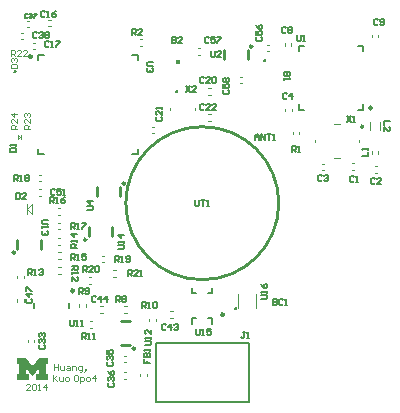
<source format=gto>
%FSLAX24Y24*%
%MOIN*%
G70*
G01*
G75*
G04 Layer_Color=65535*
%ADD10C,0.0177*%
%ADD11C,0.0100*%
%ADD12O,0.0295X0.0079*%
%ADD13R,0.0157X0.0236*%
%ADD14R,0.0217X0.0098*%
%ADD15O,0.0315X0.0079*%
%ADD16R,0.0236X0.0157*%
%ADD17R,0.0354X0.0197*%
%ADD18R,0.0157X0.0335*%
%ADD19O,0.0177X0.0532*%
%ADD20R,0.0118X0.0209*%
%ADD21R,0.0118X0.0193*%
%ADD22O,0.0098X0.0276*%
%ADD23O,0.0276X0.0098*%
%ADD24R,0.0335X0.0157*%
%ADD25R,0.0157X0.0532*%
%ADD26R,0.0748X0.0630*%
%ADD27R,0.0630X0.0551*%
%ADD28O,0.0079X0.0315*%
%ADD29R,0.2598X0.2598*%
%ADD30R,0.0138X0.0394*%
%ADD31R,0.0343X0.0343*%
%ADD32R,0.1417X0.1417*%
%ADD33O,0.0079X0.0295*%
%ADD34R,0.0335X0.0374*%
%ADD35R,0.0551X0.0453*%
%ADD36R,0.0197X0.0354*%
%ADD37R,0.0591X0.1339*%
%ADD38R,0.0394X0.1378*%
%ADD39R,0.0138X0.0157*%
%ADD40R,0.0177X0.0177*%
%ADD41C,0.0200*%
%ADD42C,0.0080*%
%ADD43C,0.1260*%
%ADD44C,0.0630*%
%ADD45C,0.0260*%
%ADD46C,0.0290*%
%ADD47C,0.0240*%
%ADD48C,0.0300*%
%ADD49C,0.0340*%
%ADD50R,0.0098X0.0138*%
%ADD51R,0.0187X0.0098*%
%ADD52R,0.0591X0.0236*%
%ADD53O,0.0098X0.0315*%
%ADD54O,0.0315X0.0098*%
%ADD55R,0.1299X0.1299*%
%ADD56R,0.0197X0.0315*%
%ADD57R,0.0394X0.0217*%
%ADD58R,0.0512X0.0217*%
%ADD59R,0.0354X0.0276*%
%ADD60R,0.2362X0.1890*%
%ADD61O,0.0315X0.0157*%
%ADD62C,0.0098*%
%ADD63C,0.0039*%
%ADD64C,0.0079*%
%ADD65C,0.0047*%
%ADD66C,0.0050*%
%ADD67C,0.0040*%
%ADD68R,0.0148X0.0177*%
G36*
X-5129Y-5363D02*
X-5211D01*
Y-5687D01*
X-5129D01*
Y-5902D01*
X-5532D01*
Y-5687D01*
X-5450D01*
Y-5493D01*
X-5653Y-5773D01*
X-5667D01*
X-5867Y-5493D01*
Y-5687D01*
X-5785D01*
Y-5902D01*
X-6188D01*
Y-5687D01*
X-6109D01*
Y-5363D01*
X-6188D01*
Y-5148D01*
X-5868D01*
X-5663Y-5431D01*
X-5653D01*
X-5448Y-5148D01*
X-5129D01*
Y-5363D01*
D02*
G37*
D11*
X2088Y4754D02*
G03*
X2088Y4754I-14J0D01*
G01*
X2550Y0D02*
G03*
X2550Y0I-2550J0D01*
G01*
X-3866Y-1226D02*
G03*
X-3866Y-1226I-39J0D01*
G01*
X-6242Y-1652D02*
G03*
X-6242Y-1652I-39J0D01*
G01*
X1116Y-3506D02*
G03*
X1116Y-3506I-10J0D01*
G01*
X-2579Y656D02*
G03*
X-2579Y656I-39J0D01*
G01*
X-2245Y-4837D02*
G03*
X-2245Y-4837I-39J0D01*
G01*
X1671Y5226D02*
G03*
X1671Y5226I-39J0D01*
G01*
X-845Y3730D02*
G03*
X-845Y3730I-22J0D01*
G01*
X5358Y2552D02*
G03*
X5358Y2552I-31J0D01*
G01*
X-6235Y4394D02*
G03*
X-6235Y4394I-22J0D01*
G01*
X-3787Y-1107D02*
Y-793D01*
X-2999Y-1107D02*
Y-793D01*
X-6164Y-1533D02*
Y-1218D01*
X-5376Y-1533D02*
Y-1218D01*
X-2736Y223D02*
Y537D01*
X-3524Y223D02*
Y537D01*
X-2717Y-4719D02*
X-2403D01*
X-2717Y-3932D02*
X-2403D01*
X1514Y4793D02*
Y5107D01*
X726Y4793D02*
Y5107D01*
D62*
X-4282Y-2918D02*
G03*
X-4282Y-2918I-49J0D01*
G01*
X719Y-3715D02*
G03*
X719Y-3715I-49J0D01*
G01*
X-5680Y4894D02*
G03*
X-5680Y4894I-49J0D01*
G01*
X5661Y3176D02*
G03*
X5661Y3176I-49J0D01*
G01*
D63*
X2141Y5278D02*
X2219D01*
X2141Y5062D02*
X2219D01*
X1261Y4002D02*
X1339D01*
X1261Y4218D02*
X1339D01*
X-139Y5158D02*
X-61D01*
X-139Y4942D02*
X-61D01*
X-5839Y5872D02*
X-5761D01*
X-5839Y6088D02*
X-5761D01*
X-6059Y5472D02*
X-5981D01*
X-6059Y5688D02*
X-5981D01*
X2742Y5251D02*
Y5329D01*
X2958Y5251D02*
Y5329D01*
X-5602Y-4629D02*
Y-4551D01*
X-5818Y-4629D02*
Y-4551D01*
X-6051Y2131D02*
Y2269D01*
X-6149D02*
X-6080Y2200D01*
X-6149Y2131D02*
X-6080Y2200D01*
X-6149Y2131D02*
Y2269D01*
X-2609Y-5858D02*
X-2531D01*
X-2609Y-5642D02*
X-2531D01*
X-2609Y-5298D02*
X-2531D01*
X-2609Y-5082D02*
X-2531D01*
X5741Y1012D02*
X5819D01*
X5741Y1228D02*
X5819D01*
X5927Y2442D02*
Y2718D01*
X5583Y2442D02*
Y2718D01*
X-3354Y-1968D02*
X-3275D01*
X-3354Y-1752D02*
X-3275D01*
X-2969Y-2242D02*
X-2891D01*
X-2969Y-2458D02*
X-2891D01*
X-4819Y-652D02*
X-4741D01*
X-4819Y-868D02*
X-4741D01*
X-4809Y-1388D02*
X-4731D01*
X-4809Y-1171D02*
X-4731D01*
X-4799Y-1858D02*
X-4721D01*
X-4799Y-1642D02*
X-4721D01*
X-3789Y-2462D02*
X-3711D01*
X-3789Y-2678D02*
X-3711D01*
X-4799Y-2142D02*
X-4721D01*
X-4799Y-2358D02*
X-4721D01*
X-5952Y-2509D02*
Y-2431D01*
X-6168Y-2509D02*
Y-2431D01*
Y-3282D02*
Y-3203D01*
X-5952Y-3282D02*
Y-3203D01*
X-4098Y-3449D02*
Y-3371D01*
X-3882Y-3449D02*
Y-3371D01*
X-3754Y-4158D02*
X-3675D01*
X-3754Y-3942D02*
X-3675D01*
X-2599Y-3648D02*
X-2521D01*
X-2599Y-3432D02*
X-2521D01*
X-1069Y-3824D02*
X-991D01*
X-1069Y-3607D02*
X-991D01*
X-1552Y-3932D02*
Y-3853D01*
X-1768Y-3932D02*
Y-3853D01*
X-3399Y-3648D02*
X-3321D01*
X-3399Y-3432D02*
X-3321D01*
X5652Y5531D02*
Y5609D01*
X5868Y5531D02*
Y5609D01*
X201Y2742D02*
X279D01*
X201Y2958D02*
X279D01*
X-237Y3091D02*
Y3169D01*
X-1063Y3091D02*
Y3169D01*
X201Y3838D02*
X279D01*
X201Y3622D02*
X279D01*
X3742Y2050D02*
Y2110D01*
X4382Y1509D02*
X4578D01*
X4382Y2651D02*
X4578D01*
X5218Y2050D02*
Y2110D01*
X-4809Y-162D02*
X-4731D01*
X-4809Y-378D02*
X-4731D01*
X-5849Y-357D02*
Y-13D01*
Y-180D02*
X-5681Y-13D01*
Y-357D02*
Y-13D01*
X-5849Y-190D02*
X-5681Y-357D01*
X-5439Y948D02*
X-5361D01*
X-5439Y732D02*
X-5361D01*
X-5439Y458D02*
X-5361D01*
X-5439Y242D02*
X-5361D01*
X-5659Y5132D02*
X-5581D01*
X-5659Y5348D02*
X-5581D01*
X-5129Y6108D02*
X-5051D01*
X-5129Y5892D02*
X-5051D01*
X-2089Y5458D02*
X-2011D01*
X-2089Y5242D02*
X-2011D01*
X-1679Y2548D02*
X-1601D01*
X-1679Y2332D02*
X-1601D01*
X3238Y2291D02*
Y2369D01*
X3022Y2291D02*
Y2369D01*
X2978Y3061D02*
Y3139D01*
X2762Y3061D02*
Y3139D01*
X5642Y1651D02*
Y1729D01*
X5858Y1651D02*
Y1729D01*
X4991Y1112D02*
X5069D01*
X4991Y1328D02*
X5069D01*
X3991Y1308D02*
X4069D01*
X3991Y1092D02*
X4069D01*
X-2068Y-5757D02*
Y-5678D01*
X-1852Y-5757D02*
Y-5678D01*
D64*
X-5611Y-3479D02*
Y-3341D01*
X-4429Y-3479D02*
Y-3341D01*
X335Y-3007D02*
Y-2820D01*
X207Y-3007D02*
X335D01*
X-335D02*
X-207D01*
X-335D02*
Y-2820D01*
Y-4020D02*
Y-3833D01*
X-207D01*
X207D02*
X335D01*
Y-4020D02*
Y-3833D01*
X-5473Y4766D02*
Y4953D01*
X-5286D01*
X-2334D02*
X-2147D01*
Y4766D02*
Y4953D01*
Y1627D02*
Y1814D01*
X-2334Y1627D02*
X-2147D01*
X-5473D02*
Y1814D01*
Y1627D02*
X-5286D01*
X5179Y5243D02*
X5356D01*
Y5066D02*
Y5243D01*
X3230D02*
X3407D01*
X3230Y5066D02*
Y5243D01*
Y3117D02*
Y3294D01*
Y3117D02*
X3407D01*
X5179D02*
X5356D01*
Y3294D01*
D65*
X1195Y-3486D02*
Y-3034D01*
X1805Y-3486D02*
Y-3034D01*
D66*
X-1555Y-4663D02*
X-1545Y-4653D01*
X1555D01*
X-1555Y-6641D02*
Y-4663D01*
X1555Y-6641D02*
Y-4653D01*
X-1555Y-6641D02*
X1555D01*
X1813Y5553D02*
X1780Y5520D01*
Y5453D01*
X1813Y5420D01*
X1947D01*
X1980Y5453D01*
Y5520D01*
X1947Y5553D01*
X1780Y5753D02*
Y5620D01*
X1880D01*
X1847Y5687D01*
Y5720D01*
X1880Y5753D01*
X1947D01*
X1980Y5720D01*
Y5653D01*
X1947Y5620D01*
X1780Y5953D02*
X1813Y5887D01*
X1880Y5820D01*
X1947D01*
X1980Y5853D01*
Y5920D01*
X1947Y5953D01*
X1913D01*
X1880Y5920D01*
Y5820D01*
X713Y3783D02*
X680Y3750D01*
Y3683D01*
X713Y3650D01*
X847D01*
X880Y3683D01*
Y3750D01*
X847Y3783D01*
X680Y3983D02*
Y3850D01*
X780D01*
X747Y3917D01*
Y3950D01*
X780Y3983D01*
X847D01*
X880Y3950D01*
Y3883D01*
X847Y3850D01*
X713Y4050D02*
X680Y4083D01*
Y4150D01*
X713Y4183D01*
X747D01*
X780Y4150D01*
X813Y4183D01*
X847D01*
X880Y4150D01*
Y4083D01*
X847Y4050D01*
X813D01*
X780Y4083D01*
X747Y4050D01*
X713D01*
X780Y4083D02*
Y4150D01*
X233Y5497D02*
X200Y5530D01*
X133D01*
X100Y5497D01*
Y5363D01*
X133Y5330D01*
X200D01*
X233Y5363D01*
X433Y5530D02*
X300D01*
Y5430D01*
X367Y5463D01*
X400D01*
X433Y5430D01*
Y5363D01*
X400Y5330D01*
X333D01*
X300Y5363D01*
X500Y5530D02*
X633D01*
Y5497D01*
X500Y5363D01*
Y5330D01*
X-240Y100D02*
Y-67D01*
X-207Y-100D01*
X-140D01*
X-107Y-67D01*
Y100D01*
X-40D02*
X93D01*
X27D01*
Y-100D01*
X160D02*
X227D01*
X193D01*
Y100D01*
X160Y67D01*
X-220Y-4190D02*
Y-4357D01*
X-187Y-4390D01*
X-120D01*
X-87Y-4357D01*
Y-4190D01*
X-20Y-4390D02*
X47D01*
X13D01*
Y-4190D01*
X-20Y-4223D01*
X280Y-4190D02*
X147D01*
Y-4290D01*
X213Y-4257D01*
X247D01*
X280Y-4290D01*
Y-4357D01*
X247Y-4390D01*
X180D01*
X147Y-4357D01*
X1750Y2090D02*
Y2223D01*
X1817Y2290D01*
X1883Y2223D01*
Y2090D01*
Y2190D01*
X1750D01*
X1950Y2090D02*
Y2290D01*
X2083Y2090D01*
Y2290D01*
X2150D02*
X2283D01*
X2217D01*
Y2090D01*
X2350D02*
X2416D01*
X2383D01*
Y2290D01*
X2350Y2257D01*
X2910Y4370D02*
X2710D01*
Y4270D01*
X2743Y4237D01*
X2777D01*
X2810Y4270D01*
Y4370D01*
Y4270D01*
X2843Y4237D01*
X2877D01*
X2910Y4270D01*
Y4370D01*
X2710Y4170D02*
Y4103D01*
Y4137D01*
X2910D01*
X2877Y4170D01*
X-1020Y5550D02*
Y5350D01*
X-920D01*
X-887Y5383D01*
Y5417D01*
X-920Y5450D01*
X-1020D01*
X-920D01*
X-887Y5483D01*
Y5517D01*
X-920Y5550D01*
X-1020D01*
X-687Y5350D02*
X-820D01*
X-687Y5483D01*
Y5517D01*
X-720Y5550D01*
X-787D01*
X-820Y5517D01*
X5053Y887D02*
X5020Y920D01*
X4953D01*
X4920Y887D01*
Y753D01*
X4953Y720D01*
X5020D01*
X5053Y753D01*
X5120Y720D02*
X5187D01*
X5153D01*
Y920D01*
X5120Y887D01*
X5753Y817D02*
X5720Y850D01*
X5653D01*
X5620Y817D01*
Y683D01*
X5653Y650D01*
X5720D01*
X5753Y683D01*
X5953Y650D02*
X5820D01*
X5953Y783D01*
Y817D01*
X5920Y850D01*
X5853D01*
X5820Y817D01*
X4003Y897D02*
X3970Y930D01*
X3903D01*
X3870Y897D01*
Y763D01*
X3903Y730D01*
X3970D01*
X4003Y763D01*
X4070Y897D02*
X4103Y930D01*
X4170D01*
X4203Y897D01*
Y863D01*
X4170Y830D01*
X4137D01*
X4170D01*
X4203Y797D01*
Y763D01*
X4170Y730D01*
X4103D01*
X4070Y763D01*
X2833Y3647D02*
X2800Y3680D01*
X2733D01*
X2700Y3647D01*
Y3513D01*
X2733Y3480D01*
X2800D01*
X2833Y3513D01*
X3000Y3480D02*
Y3680D01*
X2900Y3580D01*
X3033D01*
X2803Y5847D02*
X2770Y5880D01*
X2703D01*
X2670Y5847D01*
Y5713D01*
X2703Y5680D01*
X2770D01*
X2803Y5713D01*
X2870Y5847D02*
X2903Y5880D01*
X2970D01*
X3003Y5847D01*
Y5813D01*
X2970Y5780D01*
X3003Y5747D01*
Y5713D01*
X2970Y5680D01*
X2903D01*
X2870Y5713D01*
Y5747D01*
X2903Y5780D01*
X2870Y5813D01*
Y5847D01*
X2903Y5780D02*
X2970D01*
X5853Y6093D02*
X5820Y6126D01*
X5753D01*
X5720Y6093D01*
Y5959D01*
X5753Y5926D01*
X5820D01*
X5853Y5959D01*
X5920D02*
X5953Y5926D01*
X6020D01*
X6053Y5959D01*
Y6093D01*
X6020Y6126D01*
X5953D01*
X5920Y6093D01*
Y6059D01*
X5953Y6026D01*
X6053D01*
X-5237Y6387D02*
X-5270Y6420D01*
X-5337D01*
X-5370Y6387D01*
Y6253D01*
X-5337Y6220D01*
X-5270D01*
X-5237Y6253D01*
X-5170Y6220D02*
X-5103D01*
X-5137D01*
Y6420D01*
X-5170Y6387D01*
X-4870Y6420D02*
X-4937Y6387D01*
X-5003Y6320D01*
Y6253D01*
X-4970Y6220D01*
X-4903D01*
X-4870Y6253D01*
Y6287D01*
X-4903Y6320D01*
X-5003D01*
X-5097Y5357D02*
X-5130Y5390D01*
X-5197D01*
X-5230Y5357D01*
Y5223D01*
X-5197Y5190D01*
X-5130D01*
X-5097Y5223D01*
X-5030Y5190D02*
X-4963D01*
X-4997D01*
Y5390D01*
X-5030Y5357D01*
X-4863Y5390D02*
X-4730D01*
Y5357D01*
X-4863Y5223D01*
Y5190D01*
X73Y4157D02*
X40Y4190D01*
X-27D01*
X-60Y4157D01*
Y4023D01*
X-27Y3990D01*
X40D01*
X73Y4023D01*
X273Y3990D02*
X140D01*
X273Y4123D01*
Y4157D01*
X240Y4190D01*
X173D01*
X140Y4157D01*
X340D02*
X373Y4190D01*
X440D01*
X473Y4157D01*
Y4023D01*
X440Y3990D01*
X373D01*
X340Y4023D01*
Y4157D01*
X-1497Y2873D02*
X-1530Y2840D01*
Y2773D01*
X-1497Y2740D01*
X-1363D01*
X-1330Y2773D01*
Y2840D01*
X-1363Y2873D01*
X-1330Y3073D02*
Y2940D01*
X-1463Y3073D01*
X-1497D01*
X-1530Y3040D01*
Y2973D01*
X-1497Y2940D01*
X-1330Y3140D02*
Y3207D01*
Y3173D01*
X-1530D01*
X-1497Y3140D01*
X53Y3277D02*
X20Y3310D01*
X-47D01*
X-80Y3277D01*
Y3143D01*
X-47Y3110D01*
X20D01*
X53Y3143D01*
X253Y3110D02*
X120D01*
X253Y3243D01*
Y3277D01*
X220Y3310D01*
X153D01*
X120Y3277D01*
X453Y3110D02*
X320D01*
X453Y3243D01*
Y3277D01*
X420Y3310D01*
X353D01*
X320Y3277D01*
X-5407Y-4727D02*
X-5440Y-4760D01*
Y-4827D01*
X-5407Y-4860D01*
X-5273D01*
X-5240Y-4827D01*
Y-4760D01*
X-5273Y-4727D01*
X-5407Y-4660D02*
X-5440Y-4627D01*
Y-4560D01*
X-5407Y-4527D01*
X-5373D01*
X-5340Y-4560D01*
Y-4593D01*
Y-4560D01*
X-5307Y-4527D01*
X-5273D01*
X-5240Y-4560D01*
Y-4627D01*
X-5273Y-4660D01*
X-5407Y-4460D02*
X-5440Y-4427D01*
Y-4360D01*
X-5407Y-4327D01*
X-5373D01*
X-5340Y-4360D01*
Y-4393D01*
Y-4360D01*
X-5307Y-4327D01*
X-5273D01*
X-5240Y-4360D01*
Y-4427D01*
X-5273Y-4460D01*
X-3127Y-5307D02*
X-3160Y-5340D01*
Y-5407D01*
X-3127Y-5440D01*
X-2993D01*
X-2960Y-5407D01*
Y-5340D01*
X-2993Y-5307D01*
X-3127Y-5240D02*
X-3160Y-5207D01*
Y-5140D01*
X-3127Y-5107D01*
X-3093D01*
X-3060Y-5140D01*
Y-5173D01*
Y-5140D01*
X-3027Y-5107D01*
X-2993D01*
X-2960Y-5140D01*
Y-5207D01*
X-2993Y-5240D01*
X-3160Y-4907D02*
Y-5040D01*
X-3060D01*
X-3093Y-4973D01*
Y-4940D01*
X-3060Y-4907D01*
X-2993D01*
X-2960Y-4940D01*
Y-5007D01*
X-2993Y-5040D01*
X-3117Y-5987D02*
X-3150Y-6020D01*
Y-6087D01*
X-3117Y-6120D01*
X-2983D01*
X-2950Y-6087D01*
Y-6020D01*
X-2983Y-5987D01*
X-3117Y-5920D02*
X-3150Y-5887D01*
Y-5820D01*
X-3117Y-5787D01*
X-3083D01*
X-3050Y-5820D01*
Y-5853D01*
Y-5820D01*
X-3017Y-5787D01*
X-2983D01*
X-2950Y-5820D01*
Y-5887D01*
X-2983Y-5920D01*
X-3150Y-5587D02*
X-3117Y-5653D01*
X-3050Y-5720D01*
X-2983D01*
X-2950Y-5687D01*
Y-5620D01*
X-2983Y-5587D01*
X-3017D01*
X-3050Y-5620D01*
Y-5720D01*
X-5820Y6295D02*
X-5845Y6320D01*
X-5895D01*
X-5920Y6295D01*
Y6195D01*
X-5895Y6170D01*
X-5845D01*
X-5820Y6195D01*
X-5770Y6295D02*
X-5745Y6320D01*
X-5695D01*
X-5670Y6295D01*
Y6270D01*
X-5695Y6245D01*
X-5720D01*
X-5695D01*
X-5670Y6220D01*
Y6195D01*
X-5695Y6170D01*
X-5745D01*
X-5770Y6195D01*
X-5620Y6320D02*
X-5520D01*
Y6295D01*
X-5620Y6195D01*
Y6170D01*
X-5497Y5657D02*
X-5530Y5690D01*
X-5597D01*
X-5630Y5657D01*
Y5523D01*
X-5597Y5490D01*
X-5530D01*
X-5497Y5523D01*
X-5430Y5657D02*
X-5397Y5690D01*
X-5330D01*
X-5297Y5657D01*
Y5623D01*
X-5330Y5590D01*
X-5363D01*
X-5330D01*
X-5297Y5557D01*
Y5523D01*
X-5330Y5490D01*
X-5397D01*
X-5430Y5523D01*
X-5230Y5657D02*
X-5197Y5690D01*
X-5130D01*
X-5097Y5657D01*
Y5623D01*
X-5130Y5590D01*
X-5097Y5557D01*
Y5523D01*
X-5130Y5490D01*
X-5197D01*
X-5230Y5523D01*
Y5557D01*
X-5197Y5590D01*
X-5230Y5623D01*
Y5657D01*
X-5197Y5590D02*
X-5130D01*
X-1197Y-4053D02*
X-1230Y-4020D01*
X-1297D01*
X-1330Y-4053D01*
Y-4187D01*
X-1297Y-4220D01*
X-1230D01*
X-1197Y-4187D01*
X-1030Y-4220D02*
Y-4020D01*
X-1130Y-4120D01*
X-997D01*
X-930Y-4053D02*
X-897Y-4020D01*
X-830D01*
X-797Y-4053D01*
Y-4087D01*
X-830Y-4120D01*
X-863D01*
X-830D01*
X-797Y-4153D01*
Y-4187D01*
X-830Y-4220D01*
X-897D01*
X-930Y-4187D01*
X-3527Y-3113D02*
X-3560Y-3080D01*
X-3627D01*
X-3660Y-3113D01*
Y-3247D01*
X-3627Y-3280D01*
X-3560D01*
X-3527Y-3247D01*
X-3360Y-3280D02*
Y-3080D01*
X-3460Y-3180D01*
X-3327D01*
X-3160Y-3280D02*
Y-3080D01*
X-3260Y-3180D01*
X-3127D01*
X-5827Y-3197D02*
X-5860Y-3230D01*
Y-3297D01*
X-5827Y-3330D01*
X-5693D01*
X-5660Y-3297D01*
Y-3230D01*
X-5693Y-3197D01*
X-5660Y-3030D02*
X-5860D01*
X-5760Y-3130D01*
Y-2997D01*
X-5860Y-2930D02*
Y-2797D01*
X-5827D01*
X-5693Y-2930D01*
X-5660D01*
X-4907Y437D02*
X-4940Y470D01*
X-5007D01*
X-5040Y437D01*
Y303D01*
X-5007Y270D01*
X-4940D01*
X-4907Y303D01*
X-4707Y470D02*
X-4840D01*
Y370D01*
X-4773Y403D01*
X-4740D01*
X-4707Y370D01*
Y303D01*
X-4740Y270D01*
X-4807D01*
X-4840Y303D01*
X-4640Y270D02*
X-4573D01*
X-4607D01*
Y470D01*
X-4640Y437D01*
X-6400Y1720D02*
X-6200D01*
Y1820D01*
X-6233Y1853D01*
X-6367D01*
X-6400Y1820D01*
Y1720D01*
X-6200Y1920D02*
Y1987D01*
Y1953D01*
X-6400D01*
X-6367Y1920D01*
X-6200Y340D02*
Y140D01*
X-6100D01*
X-6067Y173D01*
Y307D01*
X-6100Y340D01*
X-6200D01*
X-5867Y140D02*
X-6000D01*
X-5867Y273D01*
Y307D01*
X-5900Y340D01*
X-5967D01*
X-6000Y307D01*
X-1930Y-5207D02*
Y-5340D01*
X-1830D01*
Y-5273D01*
Y-5340D01*
X-1730D01*
X-1930Y-5140D02*
X-1730D01*
Y-5040D01*
X-1763Y-5007D01*
X-1797D01*
X-1830Y-5040D01*
Y-5140D01*
Y-5040D01*
X-1863Y-5007D01*
X-1897D01*
X-1930Y-5040D01*
Y-5140D01*
X-1730Y-4940D02*
Y-4873D01*
Y-4907D01*
X-1930D01*
X-1897Y-4940D01*
X1423Y-4300D02*
X1357D01*
X1390D01*
Y-4467D01*
X1357Y-4500D01*
X1323D01*
X1290Y-4467D01*
X1490Y-4500D02*
X1557D01*
X1523D01*
Y-4300D01*
X1490Y-4333D01*
X5320Y1560D02*
X5520D01*
Y1693D01*
Y1760D02*
Y1827D01*
Y1793D01*
X5320D01*
X5353Y1760D01*
X6260Y2750D02*
X6060D01*
Y2617D01*
Y2417D02*
Y2550D01*
X6193Y2417D01*
X6227D01*
X6260Y2450D01*
Y2517D01*
X6227Y2550D01*
X2980Y1720D02*
Y1920D01*
X3080D01*
X3113Y1887D01*
Y1820D01*
X3080Y1787D01*
X2980D01*
X3047D02*
X3113Y1720D01*
X3180D02*
X3247D01*
X3213D01*
Y1920D01*
X3180Y1887D01*
X-2340Y5610D02*
Y5810D01*
X-2240D01*
X-2207Y5777D01*
Y5710D01*
X-2240Y5677D01*
X-2340D01*
X-2273D02*
X-2207Y5610D01*
X-2007D02*
X-2140D01*
X-2007Y5743D01*
Y5777D01*
X-2040Y5810D01*
X-2107D01*
X-2140Y5777D01*
X-2860Y-3280D02*
Y-3080D01*
X-2760D01*
X-2727Y-3113D01*
Y-3180D01*
X-2760Y-3213D01*
X-2860D01*
X-2793D02*
X-2727Y-3280D01*
X-2660Y-3113D02*
X-2627Y-3080D01*
X-2560D01*
X-2527Y-3113D01*
Y-3147D01*
X-2560Y-3180D01*
X-2527Y-3213D01*
Y-3247D01*
X-2560Y-3280D01*
X-2627D01*
X-2660Y-3247D01*
Y-3213D01*
X-2627Y-3180D01*
X-2660Y-3147D01*
Y-3113D01*
X-2627Y-3180D02*
X-2560D01*
X-4100Y-3030D02*
Y-2830D01*
X-4000D01*
X-3967Y-2863D01*
Y-2930D01*
X-4000Y-2963D01*
X-4100D01*
X-4033D02*
X-3967Y-3030D01*
X-3900Y-2997D02*
X-3867Y-3030D01*
X-3800D01*
X-3767Y-2997D01*
Y-2863D01*
X-3800Y-2830D01*
X-3867D01*
X-3900Y-2863D01*
Y-2897D01*
X-3867Y-2930D01*
X-3767D01*
X-2010Y-3490D02*
Y-3290D01*
X-1910D01*
X-1877Y-3323D01*
Y-3390D01*
X-1910Y-3423D01*
X-2010D01*
X-1943D02*
X-1877Y-3490D01*
X-1810D02*
X-1743D01*
X-1777D01*
Y-3290D01*
X-1810Y-3323D01*
X-1643D02*
X-1610Y-3290D01*
X-1543D01*
X-1510Y-3323D01*
Y-3457D01*
X-1543Y-3490D01*
X-1610D01*
X-1643Y-3457D01*
Y-3323D01*
X-4014Y-4520D02*
Y-4320D01*
X-3914D01*
X-3881Y-4353D01*
Y-4420D01*
X-3914Y-4453D01*
X-4014D01*
X-3948D02*
X-3881Y-4520D01*
X-3814D02*
X-3748D01*
X-3781D01*
Y-4320D01*
X-3814Y-4353D01*
X-3648Y-4520D02*
X-3581D01*
X-3614D01*
Y-4320D01*
X-3648Y-4353D01*
X-4350Y-2100D02*
X-4150D01*
Y-2200D01*
X-4183Y-2233D01*
X-4250D01*
X-4283Y-2200D01*
Y-2100D01*
Y-2167D02*
X-4350Y-2233D01*
Y-2300D02*
Y-2367D01*
Y-2333D01*
X-4150D01*
X-4183Y-2300D01*
X-4350Y-2600D02*
Y-2467D01*
X-4217Y-2600D01*
X-4183D01*
X-4150Y-2567D01*
Y-2500D01*
X-4183Y-2467D01*
X-5820Y-2380D02*
Y-2180D01*
X-5720D01*
X-5687Y-2213D01*
Y-2280D01*
X-5720Y-2313D01*
X-5820D01*
X-5753D02*
X-5687Y-2380D01*
X-5620D02*
X-5553D01*
X-5587D01*
Y-2180D01*
X-5620Y-2213D01*
X-5453D02*
X-5420Y-2180D01*
X-5353D01*
X-5320Y-2213D01*
Y-2247D01*
X-5353Y-2280D01*
X-5387D01*
X-5353D01*
X-5320Y-2313D01*
Y-2347D01*
X-5353Y-2380D01*
X-5420D01*
X-5453Y-2347D01*
X-4180Y-1480D02*
X-4380D01*
Y-1380D01*
X-4347Y-1347D01*
X-4280D01*
X-4247Y-1380D01*
Y-1480D01*
Y-1413D02*
X-4180Y-1347D01*
Y-1280D02*
Y-1213D01*
Y-1247D01*
X-4380D01*
X-4347Y-1280D01*
X-4180Y-1013D02*
X-4380D01*
X-4280Y-1113D01*
Y-980D01*
X-4380Y-1880D02*
Y-1680D01*
X-4280D01*
X-4247Y-1713D01*
Y-1780D01*
X-4280Y-1813D01*
X-4380D01*
X-4313D02*
X-4247Y-1880D01*
X-4180D02*
X-4113D01*
X-4147D01*
Y-1680D01*
X-4180Y-1713D01*
X-3880Y-1680D02*
X-4013D01*
Y-1780D01*
X-3947Y-1747D01*
X-3913D01*
X-3880Y-1780D01*
Y-1847D01*
X-3913Y-1880D01*
X-3980D01*
X-4013Y-1847D01*
X-5070Y-10D02*
Y190D01*
X-4970D01*
X-4937Y157D01*
Y90D01*
X-4970Y57D01*
X-5070D01*
X-5003D02*
X-4937Y-10D01*
X-4870D02*
X-4803D01*
X-4837D01*
Y190D01*
X-4870Y157D01*
X-4570Y190D02*
X-4637Y157D01*
X-4703Y90D01*
Y23D01*
X-4670Y-10D01*
X-4603D01*
X-4570Y23D01*
Y57D01*
X-4603Y90D01*
X-4703D01*
X-4370Y-850D02*
Y-650D01*
X-4270D01*
X-4237Y-683D01*
Y-750D01*
X-4270Y-783D01*
X-4370D01*
X-4303D02*
X-4237Y-850D01*
X-4170D02*
X-4103D01*
X-4137D01*
Y-650D01*
X-4170Y-683D01*
X-4003Y-650D02*
X-3870D01*
Y-683D01*
X-4003Y-817D01*
Y-850D01*
X-6280Y730D02*
Y930D01*
X-6180D01*
X-6147Y897D01*
Y830D01*
X-6180Y797D01*
X-6280D01*
X-6213D02*
X-6147Y730D01*
X-6080D02*
X-6013D01*
X-6047D01*
Y930D01*
X-6080Y897D01*
X-5913D02*
X-5880Y930D01*
X-5813D01*
X-5780Y897D01*
Y863D01*
X-5813Y830D01*
X-5780Y797D01*
Y763D01*
X-5813Y730D01*
X-5880D01*
X-5913Y763D01*
Y797D01*
X-5880Y830D01*
X-5913Y863D01*
Y897D01*
X-5880Y830D02*
X-5813D01*
X-2910Y-1960D02*
Y-1760D01*
X-2810D01*
X-2777Y-1793D01*
Y-1860D01*
X-2810Y-1893D01*
X-2910D01*
X-2843D02*
X-2777Y-1960D01*
X-2710D02*
X-2643D01*
X-2677D01*
Y-1760D01*
X-2710Y-1793D01*
X-2543Y-1927D02*
X-2510Y-1960D01*
X-2443D01*
X-2410Y-1927D01*
Y-1793D01*
X-2443Y-1760D01*
X-2510D01*
X-2543Y-1793D01*
Y-1827D01*
X-2510Y-1860D01*
X-2410D01*
X-3970Y-2300D02*
Y-2100D01*
X-3870D01*
X-3837Y-2133D01*
Y-2200D01*
X-3870Y-2233D01*
X-3970D01*
X-3903D02*
X-3837Y-2300D01*
X-3637D02*
X-3770D01*
X-3637Y-2167D01*
Y-2133D01*
X-3670Y-2100D01*
X-3737D01*
X-3770Y-2133D01*
X-3570D02*
X-3537Y-2100D01*
X-3470D01*
X-3437Y-2133D01*
Y-2267D01*
X-3470Y-2300D01*
X-3537D01*
X-3570Y-2267D01*
Y-2133D01*
X-2480Y-2430D02*
Y-2230D01*
X-2380D01*
X-2347Y-2263D01*
Y-2330D01*
X-2380Y-2363D01*
X-2480D01*
X-2413D02*
X-2347Y-2430D01*
X-2147D02*
X-2280D01*
X-2147Y-2297D01*
Y-2263D01*
X-2180Y-2230D01*
X-2247D01*
X-2280Y-2263D01*
X-2080Y-2430D02*
X-2013D01*
X-2047D01*
Y-2230D01*
X-2080Y-2263D01*
X3150Y5620D02*
Y5453D01*
X3183Y5420D01*
X3250D01*
X3283Y5453D01*
Y5620D01*
X3350Y5420D02*
X3417D01*
X3383D01*
Y5620D01*
X3350Y5587D01*
X290Y5060D02*
Y4893D01*
X323Y4860D01*
X390D01*
X423Y4893D01*
Y5060D01*
X623Y4860D02*
X490D01*
X623Y4993D01*
Y5027D01*
X590Y5060D01*
X523D01*
X490Y5027D01*
X-1650Y4710D02*
X-1817D01*
X-1850Y4677D01*
Y4610D01*
X-1817Y4577D01*
X-1650D01*
X-1683Y4510D02*
X-1650Y4477D01*
Y4410D01*
X-1683Y4377D01*
X-1717D01*
X-1750Y4410D01*
Y4443D01*
Y4410D01*
X-1783Y4377D01*
X-1817D01*
X-1850Y4410D01*
Y4477D01*
X-1817Y4510D01*
X-3830Y-220D02*
X-3663D01*
X-3630Y-187D01*
Y-120D01*
X-3663Y-87D01*
X-3830D01*
X-3630Y80D02*
X-3830D01*
X-3730Y-20D01*
Y113D01*
X-4400Y-3910D02*
Y-4077D01*
X-4367Y-4110D01*
X-4300D01*
X-4267Y-4077D01*
Y-3910D01*
X-4200Y-4110D02*
X-4133D01*
X-4167D01*
Y-3910D01*
X-4200Y-3943D01*
X-4033Y-4110D02*
X-3967D01*
X-4000D01*
Y-3910D01*
X-4033Y-3943D01*
X-1920Y-4720D02*
X-1753D01*
X-1720Y-4687D01*
Y-4620D01*
X-1753Y-4587D01*
X-1920D01*
X-1720Y-4520D02*
Y-4453D01*
Y-4487D01*
X-1920D01*
X-1887Y-4520D01*
X-1720Y-4220D02*
Y-4353D01*
X-1853Y-4220D01*
X-1887D01*
X-1920Y-4253D01*
Y-4320D01*
X-1887Y-4353D01*
X-5130Y-570D02*
X-5297D01*
X-5330Y-603D01*
Y-670D01*
X-5297Y-703D01*
X-5130D01*
X-5330Y-770D02*
Y-837D01*
Y-803D01*
X-5130D01*
X-5163Y-770D01*
Y-937D02*
X-5130Y-970D01*
Y-1037D01*
X-5163Y-1070D01*
X-5197D01*
X-5230Y-1037D01*
Y-1003D01*
Y-1037D01*
X-5263Y-1070D01*
X-5297D01*
X-5330Y-1037D01*
Y-970D01*
X-5297Y-937D01*
X-2820Y-1520D02*
X-2653D01*
X-2620Y-1487D01*
Y-1420D01*
X-2653Y-1387D01*
X-2820D01*
X-2620Y-1320D02*
Y-1253D01*
Y-1287D01*
X-2820D01*
X-2787Y-1320D01*
X-2620Y-1053D02*
X-2820D01*
X-2720Y-1153D01*
Y-1020D01*
X1960Y-3200D02*
X2127D01*
X2160Y-3167D01*
Y-3100D01*
X2127Y-3067D01*
X1960D01*
X2160Y-3000D02*
Y-2933D01*
Y-2967D01*
X1960D01*
X1993Y-3000D01*
X1960Y-2700D02*
X1993Y-2767D01*
X2060Y-2833D01*
X2127D01*
X2160Y-2800D01*
Y-2733D01*
X2127Y-2700D01*
X2093D01*
X2060Y-2733D01*
Y-2833D01*
X4820Y2900D02*
X4953Y2700D01*
Y2900D02*
X4820Y2700D01*
X5020D02*
X5087D01*
X5053D01*
Y2900D01*
X5020Y2867D01*
X-550Y3890D02*
X-417Y3690D01*
Y3890D02*
X-550Y3690D01*
X-217D02*
X-350D01*
X-217Y3823D01*
Y3857D01*
X-250Y3890D01*
X-317D01*
X-350Y3857D01*
X2360Y-3210D02*
Y-3410D01*
X2460D01*
X2493Y-3377D01*
Y-3343D01*
X2460Y-3310D01*
X2360D01*
X2460D01*
X2493Y-3277D01*
Y-3243D01*
X2460Y-3210D01*
X2360D01*
X2693Y-3243D02*
X2660Y-3210D01*
X2593D01*
X2560Y-3243D01*
Y-3377D01*
X2593Y-3410D01*
X2660D01*
X2693Y-3377D01*
X2760Y-3410D02*
X2827D01*
X2793D01*
Y-3210D01*
X2760Y-3243D01*
D67*
X-6380Y4520D02*
X-6180D01*
Y4620D01*
X-6213Y4653D01*
X-6347D01*
X-6380Y4620D01*
Y4520D01*
X-6347Y4720D02*
X-6380Y4753D01*
Y4820D01*
X-6347Y4853D01*
X-6313D01*
X-6280Y4820D01*
Y4787D01*
Y4820D01*
X-6247Y4853D01*
X-6213D01*
X-6180Y4820D01*
Y4753D01*
X-6213Y4720D01*
X-6388Y4897D02*
Y5096D01*
X-6288D01*
X-6255Y5063D01*
Y4997D01*
X-6288Y4963D01*
X-6388D01*
X-6321D02*
X-6255Y4897D01*
X-6055D02*
X-6188D01*
X-6055Y5030D01*
Y5063D01*
X-6088Y5096D01*
X-6155D01*
X-6188Y5063D01*
X-5855Y4897D02*
X-5988D01*
X-5855Y5030D01*
Y5063D01*
X-5888Y5096D01*
X-5955D01*
X-5988Y5063D01*
X-5740Y2480D02*
X-5940D01*
Y2580D01*
X-5907Y2613D01*
X-5840D01*
X-5807Y2580D01*
Y2480D01*
Y2547D02*
X-5740Y2613D01*
Y2813D02*
Y2680D01*
X-5873Y2813D01*
X-5907D01*
X-5940Y2780D01*
Y2713D01*
X-5907Y2680D01*
Y2880D02*
X-5940Y2913D01*
Y2980D01*
X-5907Y3013D01*
X-5873D01*
X-5840Y2980D01*
Y2947D01*
Y2980D01*
X-5807Y3013D01*
X-5773D01*
X-5740Y2980D01*
Y2913D01*
X-5773Y2880D01*
X-6160Y2480D02*
X-6360D01*
Y2580D01*
X-6327Y2613D01*
X-6260D01*
X-6227Y2580D01*
Y2480D01*
Y2547D02*
X-6160Y2613D01*
Y2813D02*
Y2680D01*
X-6293Y2813D01*
X-6327D01*
X-6360Y2780D01*
Y2713D01*
X-6327Y2680D01*
X-6160Y2980D02*
X-6360D01*
X-6260Y2880D01*
Y3013D01*
X-4160Y-5720D02*
X-4227D01*
X-4260Y-5753D01*
Y-5887D01*
X-4227Y-5920D01*
X-4160D01*
X-4127Y-5887D01*
Y-5753D01*
X-4160Y-5720D01*
X-4060Y-5987D02*
Y-5787D01*
X-3960D01*
X-3927Y-5820D01*
Y-5887D01*
X-3960Y-5920D01*
X-4060D01*
X-3827D02*
X-3760D01*
X-3727Y-5887D01*
Y-5820D01*
X-3760Y-5787D01*
X-3827D01*
X-3860Y-5820D01*
Y-5887D01*
X-3827Y-5920D01*
X-3560D02*
Y-5720D01*
X-3660Y-5820D01*
X-3527D01*
X-4950Y-5370D02*
Y-5570D01*
Y-5470D01*
X-4817D01*
Y-5370D01*
Y-5570D01*
X-4750Y-5437D02*
Y-5537D01*
X-4717Y-5570D01*
X-4617D01*
Y-5437D01*
X-4517D02*
X-4450D01*
X-4417Y-5470D01*
Y-5570D01*
X-4517D01*
X-4550Y-5537D01*
X-4517Y-5503D01*
X-4417D01*
X-4350Y-5570D02*
Y-5437D01*
X-4250D01*
X-4217Y-5470D01*
Y-5570D01*
X-4084Y-5637D02*
X-4050D01*
X-4017Y-5603D01*
Y-5437D01*
X-4117D01*
X-4150Y-5470D01*
Y-5537D01*
X-4117Y-5570D01*
X-4017D01*
X-3917Y-5603D02*
X-3884Y-5570D01*
Y-5537D01*
X-3917D01*
Y-5570D01*
X-3884D01*
X-3917Y-5603D01*
X-3950Y-5637D01*
X-4960Y-5720D02*
Y-5920D01*
Y-5853D01*
X-4827Y-5720D01*
X-4927Y-5820D01*
X-4827Y-5920D01*
X-4760Y-5787D02*
Y-5887D01*
X-4727Y-5920D01*
X-4627D01*
Y-5787D01*
X-4527Y-5920D02*
X-4460D01*
X-4427Y-5887D01*
Y-5820D01*
X-4460Y-5787D01*
X-4527D01*
X-4560Y-5820D01*
Y-5887D01*
X-4527Y-5920D01*
X-5737Y-6220D02*
X-5870D01*
X-5737Y-6087D01*
Y-6053D01*
X-5770Y-6020D01*
X-5837D01*
X-5870Y-6053D01*
X-5670D02*
X-5637Y-6020D01*
X-5570D01*
X-5537Y-6053D01*
Y-6187D01*
X-5570Y-6220D01*
X-5637D01*
X-5670Y-6187D01*
Y-6053D01*
X-5470Y-6220D02*
X-5403D01*
X-5437D01*
Y-6020D01*
X-5470Y-6053D01*
X-5204Y-6220D02*
Y-6020D01*
X-5304Y-6120D01*
X-5170D01*
D68*
X-818Y4690D02*
D03*
M02*

</source>
